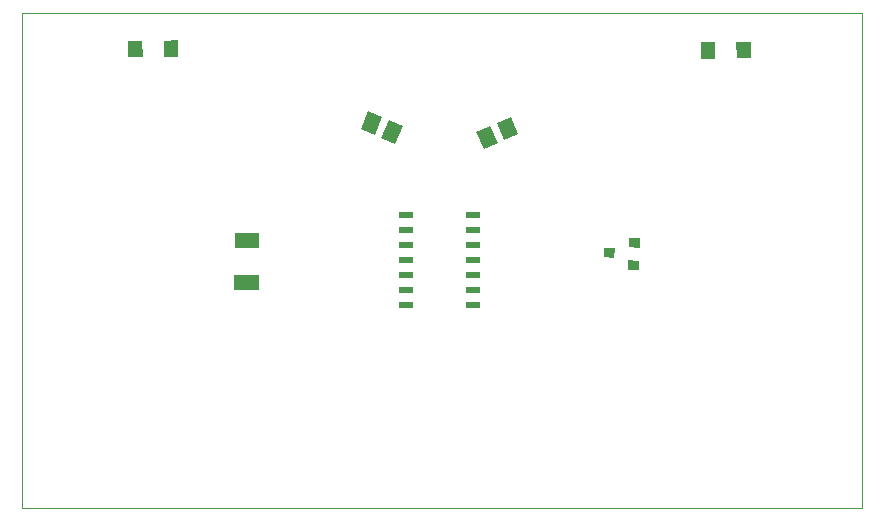
<source format=gtp>
G75*
%MOIN*%
%OFA0B0*%
%FSLAX25Y25*%
%IPPOS*%
%LPD*%
%AMOC8*
5,1,8,0,0,1.08239X$1,22.5*
%
%ADD10C,0.00394*%
%ADD11R,0.05000X0.08110*%
%ADD12R,0.04724X0.05512*%
%ADD13R,0.03150X0.03543*%
%ADD14R,0.05118X0.06299*%
%ADD15R,0.04724X0.02362*%
D10*
X0013034Y0012996D02*
X0293034Y0012996D01*
X0293034Y0177996D01*
X0013034Y0177996D01*
X0013034Y0012996D01*
D11*
G36*
X0083935Y0085755D02*
X0083978Y0090754D01*
X0092087Y0090683D01*
X0092044Y0085684D01*
X0083935Y0085755D01*
G37*
G36*
X0084055Y0099574D02*
X0084098Y0104573D01*
X0092207Y0104502D01*
X0092164Y0099503D01*
X0084055Y0099574D01*
G37*
D12*
G36*
X0060391Y0168813D02*
X0065114Y0168862D01*
X0065171Y0163351D01*
X0060448Y0163302D01*
X0060391Y0168813D01*
G37*
G36*
X0048581Y0168690D02*
X0053304Y0168739D01*
X0053361Y0163228D01*
X0048638Y0163179D01*
X0048581Y0168690D01*
G37*
G36*
X0244306Y0162737D02*
X0239583Y0162671D01*
X0239506Y0168181D01*
X0244229Y0168247D01*
X0244306Y0162737D01*
G37*
G36*
X0256115Y0162902D02*
X0251392Y0162836D01*
X0251315Y0168346D01*
X0256038Y0168412D01*
X0256115Y0162902D01*
G37*
D13*
G36*
X0219134Y0102947D02*
X0219008Y0099801D01*
X0215470Y0099943D01*
X0215596Y0103089D01*
X0219134Y0102947D01*
G37*
G36*
X0210723Y0099542D02*
X0210597Y0096396D01*
X0207059Y0096538D01*
X0207185Y0099684D01*
X0210723Y0099542D01*
G37*
G36*
X0218834Y0095473D02*
X0218708Y0092327D01*
X0215170Y0092469D01*
X0215296Y0095615D01*
X0218834Y0095473D01*
G37*
D14*
G36*
X0164555Y0138475D02*
X0169258Y0140491D01*
X0171739Y0134703D01*
X0167036Y0132687D01*
X0164555Y0138475D01*
G37*
G36*
X0171431Y0141422D02*
X0176134Y0143438D01*
X0178615Y0137650D01*
X0173912Y0135634D01*
X0171431Y0141422D01*
G37*
G36*
X0135442Y0142246D02*
X0140141Y0140221D01*
X0137650Y0134438D01*
X0132951Y0136463D01*
X0135442Y0142246D01*
G37*
G36*
X0128572Y0145205D02*
X0133271Y0143180D01*
X0130780Y0137397D01*
X0126081Y0139422D01*
X0128572Y0145205D01*
G37*
D15*
X0141305Y0110616D03*
X0141305Y0105616D03*
X0141305Y0100616D03*
X0141305Y0095616D03*
X0141305Y0090616D03*
X0141305Y0085616D03*
X0141305Y0080616D03*
X0163352Y0080616D03*
X0163352Y0085616D03*
X0163352Y0090616D03*
X0163352Y0095616D03*
X0163352Y0100616D03*
X0163352Y0105616D03*
X0163352Y0110616D03*
M02*

</source>
